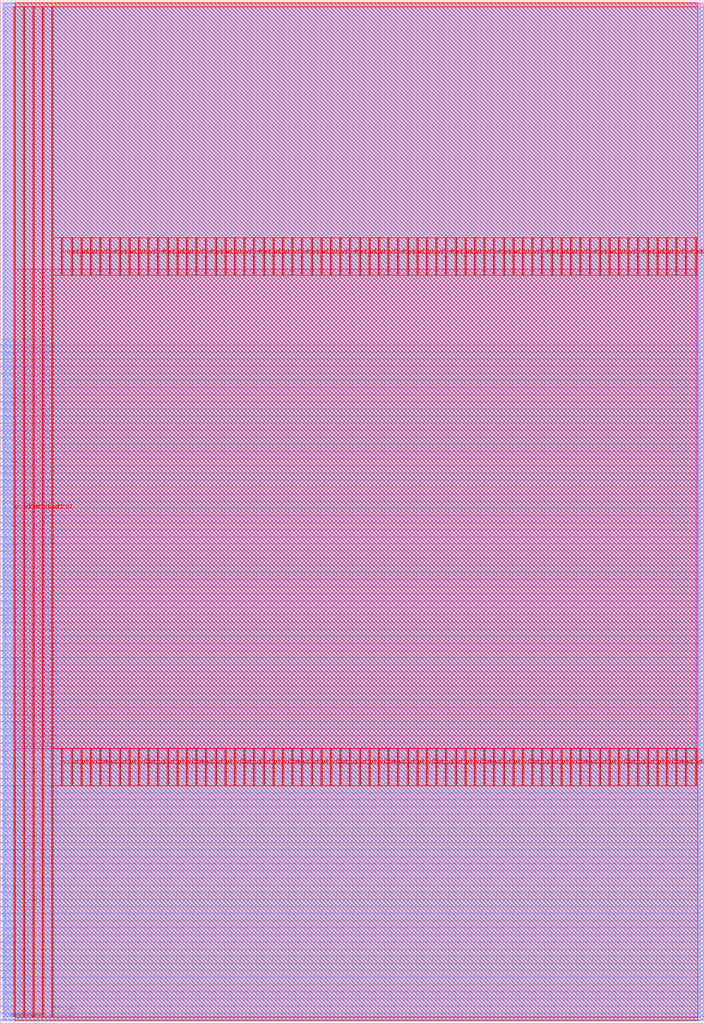
<source format=lef>
VERSION 5.7 ;
  NOWIREEXTENSIONATPIN ON ;
  DIVIDERCHAR "/" ;
  BUSBITCHARS "[]" ;
MACRO sram_40_4096
  CLASS BLOCK ;
  FOREIGN sram_40_4096 ;
  ORIGIN 0.000 0.000 ;
  SIZE 1100.000 BY 1600.000 ;
  PIN addr[0]
    DIRECTION INPUT ;
    USE SIGNAL ;
    PORT
      LAYER met3 ;
        RECT 0.000 38.800 4.000 39.400 ;
    END
  END addr[0]
  PIN addr[10]
    DIRECTION INPUT ;
    USE SIGNAL ;
    PORT
      LAYER met3 ;
        RECT 0.000 149.640 4.000 150.240 ;
    END
  END addr[10]
  PIN addr[11]
    DIRECTION INPUT ;
    USE SIGNAL ;
    PORT
      LAYER met3 ;
        RECT 0.000 160.520 4.000 161.120 ;
    END
  END addr[11]
  PIN addr[1]
    DIRECTION INPUT ;
    USE SIGNAL ;
    PORT
      LAYER met3 ;
        RECT 0.000 49.680 4.000 50.280 ;
    END
  END addr[1]
  PIN addr[2]
    DIRECTION INPUT ;
    USE SIGNAL ;
    PORT
      LAYER met3 ;
        RECT 0.000 60.560 4.000 61.160 ;
    END
  END addr[2]
  PIN addr[3]
    DIRECTION INPUT ;
    USE SIGNAL ;
    PORT
      LAYER met3 ;
        RECT 0.000 72.120 4.000 72.720 ;
    END
  END addr[3]
  PIN addr[4]
    DIRECTION INPUT ;
    USE SIGNAL ;
    PORT
      LAYER met3 ;
        RECT 0.000 83.000 4.000 83.600 ;
    END
  END addr[4]
  PIN addr[5]
    DIRECTION INPUT ;
    USE SIGNAL ;
    PORT
      LAYER met3 ;
        RECT 0.000 93.880 4.000 94.480 ;
    END
  END addr[5]
  PIN addr[6]
    DIRECTION INPUT ;
    USE SIGNAL ;
    PORT
      LAYER met3 ;
        RECT 0.000 105.440 4.000 106.040 ;
    END
  END addr[6]
  PIN addr[7]
    DIRECTION INPUT ;
    USE SIGNAL ;
    PORT
      LAYER met3 ;
        RECT 0.000 116.320 4.000 116.920 ;
    END
  END addr[7]
  PIN addr[8]
    DIRECTION INPUT ;
    USE SIGNAL ;
    PORT
      LAYER met3 ;
        RECT 0.000 127.200 4.000 127.800 ;
    END
  END addr[8]
  PIN addr[9]
    DIRECTION INPUT ;
    USE SIGNAL ;
    PORT
      LAYER met3 ;
        RECT 0.000 138.760 4.000 139.360 ;
    END
  END addr[9]
  PIN clk
    DIRECTION INPUT ;
    USE SIGNAL ;
    PORT
      LAYER met3 ;
        RECT 0.000 5.480 4.000 6.080 ;
    END
  END clk
  PIN clk_en
    DIRECTION INPUT ;
    USE SIGNAL ;
    PORT
      LAYER met3 ;
        RECT 0.000 27.240 4.000 27.840 ;
    END
  END clk_en
  PIN read_data[0]
    DIRECTION OUTPUT TRISTATE ;
    USE SIGNAL ;
    PORT
      LAYER met3 ;
        RECT 0.000 627.000 4.000 627.600 ;
    END
  END read_data[0]
  PIN read_data[10]
    DIRECTION OUTPUT TRISTATE ;
    USE SIGNAL ;
    PORT
      LAYER met3 ;
        RECT 0.000 738.520 4.000 739.120 ;
    END
  END read_data[10]
  PIN read_data[11]
    DIRECTION OUTPUT TRISTATE ;
    USE SIGNAL ;
    PORT
      LAYER met3 ;
        RECT 0.000 749.400 4.000 750.000 ;
    END
  END read_data[11]
  PIN read_data[12]
    DIRECTION OUTPUT TRISTATE ;
    USE SIGNAL ;
    PORT
      LAYER met3 ;
        RECT 0.000 760.280 4.000 760.880 ;
    END
  END read_data[12]
  PIN read_data[13]
    DIRECTION OUTPUT TRISTATE ;
    USE SIGNAL ;
    PORT
      LAYER met3 ;
        RECT 0.000 771.840 4.000 772.440 ;
    END
  END read_data[13]
  PIN read_data[14]
    DIRECTION OUTPUT TRISTATE ;
    USE SIGNAL ;
    PORT
      LAYER met3 ;
        RECT 0.000 782.720 4.000 783.320 ;
    END
  END read_data[14]
  PIN read_data[15]
    DIRECTION OUTPUT TRISTATE ;
    USE SIGNAL ;
    PORT
      LAYER met3 ;
        RECT 0.000 793.600 4.000 794.200 ;
    END
  END read_data[15]
  PIN read_data[16]
    DIRECTION OUTPUT TRISTATE ;
    USE SIGNAL ;
    PORT
      LAYER met3 ;
        RECT 0.000 805.160 4.000 805.760 ;
    END
  END read_data[16]
  PIN read_data[17]
    DIRECTION OUTPUT TRISTATE ;
    USE SIGNAL ;
    PORT
      LAYER met3 ;
        RECT 0.000 816.040 4.000 816.640 ;
    END
  END read_data[17]
  PIN read_data[18]
    DIRECTION OUTPUT TRISTATE ;
    USE SIGNAL ;
    PORT
      LAYER met3 ;
        RECT 0.000 826.920 4.000 827.520 ;
    END
  END read_data[18]
  PIN read_data[19]
    DIRECTION OUTPUT TRISTATE ;
    USE SIGNAL ;
    PORT
      LAYER met3 ;
        RECT 0.000 838.480 4.000 839.080 ;
    END
  END read_data[19]
  PIN read_data[1]
    DIRECTION OUTPUT TRISTATE ;
    USE SIGNAL ;
    PORT
      LAYER met3 ;
        RECT 0.000 638.560 4.000 639.160 ;
    END
  END read_data[1]
  PIN read_data[20]
    DIRECTION OUTPUT TRISTATE ;
    USE SIGNAL ;
    PORT
      LAYER met3 ;
        RECT 0.000 849.360 4.000 849.960 ;
    END
  END read_data[20]
  PIN read_data[21]
    DIRECTION OUTPUT TRISTATE ;
    USE SIGNAL ;
    PORT
      LAYER met3 ;
        RECT 0.000 860.240 4.000 860.840 ;
    END
  END read_data[21]
  PIN read_data[22]
    DIRECTION OUTPUT TRISTATE ;
    USE SIGNAL ;
    PORT
      LAYER met3 ;
        RECT 0.000 871.800 4.000 872.400 ;
    END
  END read_data[22]
  PIN read_data[23]
    DIRECTION OUTPUT TRISTATE ;
    USE SIGNAL ;
    PORT
      LAYER met3 ;
        RECT 0.000 882.680 4.000 883.280 ;
    END
  END read_data[23]
  PIN read_data[24]
    DIRECTION OUTPUT TRISTATE ;
    USE SIGNAL ;
    PORT
      LAYER met3 ;
        RECT 0.000 893.560 4.000 894.160 ;
    END
  END read_data[24]
  PIN read_data[25]
    DIRECTION OUTPUT TRISTATE ;
    USE SIGNAL ;
    PORT
      LAYER met3 ;
        RECT 0.000 905.120 4.000 905.720 ;
    END
  END read_data[25]
  PIN read_data[26]
    DIRECTION OUTPUT TRISTATE ;
    USE SIGNAL ;
    PORT
      LAYER met3 ;
        RECT 0.000 916.000 4.000 916.600 ;
    END
  END read_data[26]
  PIN read_data[27]
    DIRECTION OUTPUT TRISTATE ;
    USE SIGNAL ;
    PORT
      LAYER met3 ;
        RECT 0.000 926.880 4.000 927.480 ;
    END
  END read_data[27]
  PIN read_data[28]
    DIRECTION OUTPUT TRISTATE ;
    USE SIGNAL ;
    PORT
      LAYER met3 ;
        RECT 0.000 938.440 4.000 939.040 ;
    END
  END read_data[28]
  PIN read_data[29]
    DIRECTION OUTPUT TRISTATE ;
    USE SIGNAL ;
    PORT
      LAYER met3 ;
        RECT 0.000 949.320 4.000 949.920 ;
    END
  END read_data[29]
  PIN read_data[2]
    DIRECTION OUTPUT TRISTATE ;
    USE SIGNAL ;
    PORT
      LAYER met3 ;
        RECT 0.000 649.440 4.000 650.040 ;
    END
  END read_data[2]
  PIN read_data[30]
    DIRECTION OUTPUT TRISTATE ;
    USE SIGNAL ;
    PORT
      LAYER met3 ;
        RECT 0.000 960.200 4.000 960.800 ;
    END
  END read_data[30]
  PIN read_data[31]
    DIRECTION OUTPUT TRISTATE ;
    USE SIGNAL ;
    PORT
      LAYER met3 ;
        RECT 0.000 971.760 4.000 972.360 ;
    END
  END read_data[31]
  PIN read_data[32]
    DIRECTION OUTPUT TRISTATE ;
    USE SIGNAL ;
    PORT
      LAYER met3 ;
        RECT 0.000 982.640 4.000 983.240 ;
    END
  END read_data[32]
  PIN read_data[33]
    DIRECTION OUTPUT TRISTATE ;
    USE SIGNAL ;
    PORT
      LAYER met3 ;
        RECT 0.000 993.520 4.000 994.120 ;
    END
  END read_data[33]
  PIN read_data[34]
    DIRECTION OUTPUT TRISTATE ;
    USE SIGNAL ;
    PORT
      LAYER met3 ;
        RECT 0.000 1005.080 4.000 1005.680 ;
    END
  END read_data[34]
  PIN read_data[35]
    DIRECTION OUTPUT TRISTATE ;
    USE SIGNAL ;
    PORT
      LAYER met3 ;
        RECT 0.000 1015.960 4.000 1016.560 ;
    END
  END read_data[35]
  PIN read_data[36]
    DIRECTION OUTPUT TRISTATE ;
    USE SIGNAL ;
    PORT
      LAYER met3 ;
        RECT 0.000 1026.840 4.000 1027.440 ;
    END
  END read_data[36]
  PIN read_data[37]
    DIRECTION OUTPUT TRISTATE ;
    USE SIGNAL ;
    PORT
      LAYER met3 ;
        RECT 0.000 1038.400 4.000 1039.000 ;
    END
  END read_data[37]
  PIN read_data[38]
    DIRECTION OUTPUT TRISTATE ;
    USE SIGNAL ;
    PORT
      LAYER met3 ;
        RECT 0.000 1049.280 4.000 1049.880 ;
    END
  END read_data[38]
  PIN read_data[39]
    DIRECTION OUTPUT TRISTATE ;
    USE SIGNAL ;
    PORT
      LAYER met3 ;
        RECT 0.000 1060.160 4.000 1060.760 ;
    END
  END read_data[39]
  PIN read_data[3]
    DIRECTION OUTPUT TRISTATE ;
    USE SIGNAL ;
    PORT
      LAYER met3 ;
        RECT 0.000 660.320 4.000 660.920 ;
    END
  END read_data[3]
  PIN read_data[4]
    DIRECTION OUTPUT TRISTATE ;
    USE SIGNAL ;
    PORT
      LAYER met3 ;
        RECT 0.000 671.880 4.000 672.480 ;
    END
  END read_data[4]
  PIN read_data[5]
    DIRECTION OUTPUT TRISTATE ;
    USE SIGNAL ;
    PORT
      LAYER met3 ;
        RECT 0.000 682.760 4.000 683.360 ;
    END
  END read_data[5]
  PIN read_data[6]
    DIRECTION OUTPUT TRISTATE ;
    USE SIGNAL ;
    PORT
      LAYER met3 ;
        RECT 0.000 693.640 4.000 694.240 ;
    END
  END read_data[6]
  PIN read_data[7]
    DIRECTION OUTPUT TRISTATE ;
    USE SIGNAL ;
    PORT
      LAYER met3 ;
        RECT 0.000 705.200 4.000 705.800 ;
    END
  END read_data[7]
  PIN read_data[8]
    DIRECTION OUTPUT TRISTATE ;
    USE SIGNAL ;
    PORT
      LAYER met3 ;
        RECT 0.000 716.080 4.000 716.680 ;
    END
  END read_data[8]
  PIN read_data[9]
    DIRECTION OUTPUT TRISTATE ;
    USE SIGNAL ;
    PORT
      LAYER met3 ;
        RECT 0.000 726.960 4.000 727.560 ;
    END
  END read_data[9]
  PIN rst
    DIRECTION INPUT ;
    USE SIGNAL ;
    PORT
      LAYER met3 ;
        RECT 0.000 16.360 4.000 16.960 ;
    END
  END rst
  PIN vccd1
    DIRECTION INPUT ;
    USE POWER ;
    PORT
      LAYER met4 ;
        RECT 111.040 372.140 112.640 430.360 ;
    END
    PORT
      LAYER met4 ;
        RECT 141.040 372.140 142.640 430.360 ;
    END
    PORT
      LAYER met4 ;
        RECT 171.040 372.140 172.640 430.360 ;
    END
    PORT
      LAYER met4 ;
        RECT 201.040 372.140 202.640 430.360 ;
    END
    PORT
      LAYER met4 ;
        RECT 231.040 372.140 232.640 430.360 ;
    END
    PORT
      LAYER met4 ;
        RECT 261.040 372.140 262.640 430.360 ;
    END
    PORT
      LAYER met4 ;
        RECT 291.040 372.140 292.640 430.360 ;
    END
    PORT
      LAYER met4 ;
        RECT 321.040 372.140 322.640 430.360 ;
    END
    PORT
      LAYER met4 ;
        RECT 351.040 372.140 352.640 430.360 ;
    END
    PORT
      LAYER met4 ;
        RECT 381.040 372.140 382.640 430.360 ;
    END
    PORT
      LAYER met4 ;
        RECT 411.040 372.140 412.640 430.360 ;
    END
    PORT
      LAYER met4 ;
        RECT 441.040 372.140 442.640 430.360 ;
    END
    PORT
      LAYER met4 ;
        RECT 471.040 372.140 472.640 430.360 ;
    END
    PORT
      LAYER met4 ;
        RECT 501.040 372.140 502.640 430.360 ;
    END
    PORT
      LAYER met4 ;
        RECT 531.040 372.140 532.640 430.360 ;
    END
    PORT
      LAYER met4 ;
        RECT 561.040 372.140 562.640 430.360 ;
    END
    PORT
      LAYER met4 ;
        RECT 591.040 372.140 592.640 430.360 ;
    END
    PORT
      LAYER met4 ;
        RECT 621.040 372.140 622.640 430.360 ;
    END
    PORT
      LAYER met4 ;
        RECT 651.040 372.140 652.640 430.360 ;
    END
    PORT
      LAYER met4 ;
        RECT 681.040 372.140 682.640 430.360 ;
    END
    PORT
      LAYER met4 ;
        RECT 711.040 372.140 712.640 430.360 ;
    END
    PORT
      LAYER met4 ;
        RECT 741.040 372.140 742.640 430.360 ;
    END
    PORT
      LAYER met4 ;
        RECT 771.040 372.140 772.640 430.360 ;
    END
    PORT
      LAYER met4 ;
        RECT 801.040 372.140 802.640 430.360 ;
    END
    PORT
      LAYER met4 ;
        RECT 831.040 372.140 832.640 430.360 ;
    END
    PORT
      LAYER met4 ;
        RECT 861.040 372.140 862.640 430.360 ;
    END
    PORT
      LAYER met4 ;
        RECT 891.040 372.140 892.640 430.360 ;
    END
    PORT
      LAYER met4 ;
        RECT 921.040 372.140 922.640 430.360 ;
    END
    PORT
      LAYER met4 ;
        RECT 951.040 372.140 952.640 430.360 ;
    END
    PORT
      LAYER met4 ;
        RECT 981.040 372.140 982.640 430.360 ;
    END
    PORT
      LAYER met4 ;
        RECT 1011.040 372.140 1012.640 430.360 ;
    END
    PORT
      LAYER met4 ;
        RECT 1041.040 372.140 1042.640 430.360 ;
    END
    PORT
      LAYER met4 ;
        RECT 1071.040 372.140 1072.640 430.360 ;
    END
    PORT
      LAYER met4 ;
        RECT 111.040 1169.640 112.640 1227.860 ;
    END
    PORT
      LAYER met4 ;
        RECT 141.040 1169.640 142.640 1227.860 ;
    END
    PORT
      LAYER met4 ;
        RECT 171.040 1169.640 172.640 1227.860 ;
    END
    PORT
      LAYER met4 ;
        RECT 201.040 1169.640 202.640 1227.860 ;
    END
    PORT
      LAYER met4 ;
        RECT 231.040 1169.640 232.640 1227.860 ;
    END
    PORT
      LAYER met4 ;
        RECT 261.040 1169.640 262.640 1227.860 ;
    END
    PORT
      LAYER met4 ;
        RECT 291.040 1169.640 292.640 1227.860 ;
    END
    PORT
      LAYER met4 ;
        RECT 321.040 1169.640 322.640 1227.860 ;
    END
    PORT
      LAYER met4 ;
        RECT 351.040 1169.640 352.640 1227.860 ;
    END
    PORT
      LAYER met4 ;
        RECT 381.040 1169.640 382.640 1227.860 ;
    END
    PORT
      LAYER met4 ;
        RECT 411.040 1169.640 412.640 1227.860 ;
    END
    PORT
      LAYER met4 ;
        RECT 441.040 1169.640 442.640 1227.860 ;
    END
    PORT
      LAYER met4 ;
        RECT 471.040 1169.640 472.640 1227.860 ;
    END
    PORT
      LAYER met4 ;
        RECT 501.040 1169.640 502.640 1227.860 ;
    END
    PORT
      LAYER met4 ;
        RECT 531.040 1169.640 532.640 1227.860 ;
    END
    PORT
      LAYER met4 ;
        RECT 561.040 1169.640 562.640 1227.860 ;
    END
    PORT
      LAYER met4 ;
        RECT 591.040 1169.640 592.640 1227.860 ;
    END
    PORT
      LAYER met4 ;
        RECT 621.040 1169.640 622.640 1227.860 ;
    END
    PORT
      LAYER met4 ;
        RECT 651.040 1169.640 652.640 1227.860 ;
    END
    PORT
      LAYER met4 ;
        RECT 681.040 1169.640 682.640 1227.860 ;
    END
    PORT
      LAYER met4 ;
        RECT 711.040 1169.640 712.640 1227.860 ;
    END
    PORT
      LAYER met4 ;
        RECT 741.040 1169.640 742.640 1227.860 ;
    END
    PORT
      LAYER met4 ;
        RECT 771.040 1169.640 772.640 1227.860 ;
    END
    PORT
      LAYER met4 ;
        RECT 801.040 1169.640 802.640 1227.860 ;
    END
    PORT
      LAYER met4 ;
        RECT 831.040 1169.640 832.640 1227.860 ;
    END
    PORT
      LAYER met4 ;
        RECT 861.040 1169.640 862.640 1227.860 ;
    END
    PORT
      LAYER met4 ;
        RECT 891.040 1169.640 892.640 1227.860 ;
    END
    PORT
      LAYER met4 ;
        RECT 921.040 1169.640 922.640 1227.860 ;
    END
    PORT
      LAYER met4 ;
        RECT 951.040 1169.640 952.640 1227.860 ;
    END
    PORT
      LAYER met4 ;
        RECT 981.040 1169.640 982.640 1227.860 ;
    END
    PORT
      LAYER met4 ;
        RECT 1011.040 1169.640 1012.640 1227.860 ;
    END
    PORT
      LAYER met4 ;
        RECT 1041.040 1169.640 1042.640 1227.860 ;
    END
    PORT
      LAYER met4 ;
        RECT 1071.040 1169.640 1072.640 1227.860 ;
    END
    PORT
      LAYER met4 ;
        RECT 21.040 10.640 22.640 1588.720 ;
    END
    PORT
      LAYER met4 ;
        RECT 51.040 10.640 52.640 1588.720 ;
    END
    PORT
      LAYER met4 ;
        RECT 81.040 10.640 82.640 1588.720 ;
    END
  END vccd1
  PIN vssd1
    DIRECTION INPUT ;
    USE GROUND ;
    PORT
      LAYER met4 ;
        RECT 96.040 372.140 97.640 430.360 ;
    END
    PORT
      LAYER met4 ;
        RECT 126.040 372.140 127.640 430.360 ;
    END
    PORT
      LAYER met4 ;
        RECT 156.040 372.140 157.640 430.360 ;
    END
    PORT
      LAYER met4 ;
        RECT 186.040 372.140 187.640 430.360 ;
    END
    PORT
      LAYER met4 ;
        RECT 216.040 372.140 217.640 430.360 ;
    END
    PORT
      LAYER met4 ;
        RECT 246.040 372.140 247.640 430.360 ;
    END
    PORT
      LAYER met4 ;
        RECT 276.040 372.140 277.640 430.360 ;
    END
    PORT
      LAYER met4 ;
        RECT 306.040 372.140 307.640 430.360 ;
    END
    PORT
      LAYER met4 ;
        RECT 336.040 372.140 337.640 430.360 ;
    END
    PORT
      LAYER met4 ;
        RECT 366.040 372.140 367.640 430.360 ;
    END
    PORT
      LAYER met4 ;
        RECT 396.040 372.140 397.640 430.360 ;
    END
    PORT
      LAYER met4 ;
        RECT 426.040 372.140 427.640 430.360 ;
    END
    PORT
      LAYER met4 ;
        RECT 456.040 372.140 457.640 430.360 ;
    END
    PORT
      LAYER met4 ;
        RECT 486.040 372.140 487.640 430.360 ;
    END
    PORT
      LAYER met4 ;
        RECT 516.040 372.140 517.640 430.360 ;
    END
    PORT
      LAYER met4 ;
        RECT 546.040 372.140 547.640 430.360 ;
    END
    PORT
      LAYER met4 ;
        RECT 576.040 372.140 577.640 430.360 ;
    END
    PORT
      LAYER met4 ;
        RECT 606.040 372.140 607.640 430.360 ;
    END
    PORT
      LAYER met4 ;
        RECT 636.040 372.140 637.640 430.360 ;
    END
    PORT
      LAYER met4 ;
        RECT 666.040 372.140 667.640 430.360 ;
    END
    PORT
      LAYER met4 ;
        RECT 696.040 372.140 697.640 430.360 ;
    END
    PORT
      LAYER met4 ;
        RECT 726.040 372.140 727.640 430.360 ;
    END
    PORT
      LAYER met4 ;
        RECT 756.040 372.140 757.640 430.360 ;
    END
    PORT
      LAYER met4 ;
        RECT 786.040 372.140 787.640 430.360 ;
    END
    PORT
      LAYER met4 ;
        RECT 816.040 372.140 817.640 430.360 ;
    END
    PORT
      LAYER met4 ;
        RECT 846.040 372.140 847.640 430.360 ;
    END
    PORT
      LAYER met4 ;
        RECT 876.040 372.140 877.640 430.360 ;
    END
    PORT
      LAYER met4 ;
        RECT 906.040 372.140 907.640 430.360 ;
    END
    PORT
      LAYER met4 ;
        RECT 936.040 372.140 937.640 430.360 ;
    END
    PORT
      LAYER met4 ;
        RECT 966.040 372.140 967.640 430.360 ;
    END
    PORT
      LAYER met4 ;
        RECT 996.040 372.140 997.640 430.360 ;
    END
    PORT
      LAYER met4 ;
        RECT 1026.040 372.140 1027.640 430.360 ;
    END
    PORT
      LAYER met4 ;
        RECT 1056.040 372.140 1057.640 430.360 ;
    END
    PORT
      LAYER met4 ;
        RECT 1086.040 372.140 1087.640 430.360 ;
    END
    PORT
      LAYER met4 ;
        RECT 96.040 1169.640 97.640 1227.860 ;
    END
    PORT
      LAYER met4 ;
        RECT 126.040 1169.640 127.640 1227.860 ;
    END
    PORT
      LAYER met4 ;
        RECT 156.040 1169.640 157.640 1227.860 ;
    END
    PORT
      LAYER met4 ;
        RECT 186.040 1169.640 187.640 1227.860 ;
    END
    PORT
      LAYER met4 ;
        RECT 216.040 1169.640 217.640 1227.860 ;
    END
    PORT
      LAYER met4 ;
        RECT 246.040 1169.640 247.640 1227.860 ;
    END
    PORT
      LAYER met4 ;
        RECT 276.040 1169.640 277.640 1227.860 ;
    END
    PORT
      LAYER met4 ;
        RECT 306.040 1169.640 307.640 1227.860 ;
    END
    PORT
      LAYER met4 ;
        RECT 336.040 1169.640 337.640 1227.860 ;
    END
    PORT
      LAYER met4 ;
        RECT 366.040 1169.640 367.640 1227.860 ;
    END
    PORT
      LAYER met4 ;
        RECT 396.040 1169.640 397.640 1227.860 ;
    END
    PORT
      LAYER met4 ;
        RECT 426.040 1169.640 427.640 1227.860 ;
    END
    PORT
      LAYER met4 ;
        RECT 456.040 1169.640 457.640 1227.860 ;
    END
    PORT
      LAYER met4 ;
        RECT 486.040 1169.640 487.640 1227.860 ;
    END
    PORT
      LAYER met4 ;
        RECT 516.040 1169.640 517.640 1227.860 ;
    END
    PORT
      LAYER met4 ;
        RECT 546.040 1169.640 547.640 1227.860 ;
    END
    PORT
      LAYER met4 ;
        RECT 576.040 1169.640 577.640 1227.860 ;
    END
    PORT
      LAYER met4 ;
        RECT 606.040 1169.640 607.640 1227.860 ;
    END
    PORT
      LAYER met4 ;
        RECT 636.040 1169.640 637.640 1227.860 ;
    END
    PORT
      LAYER met4 ;
        RECT 666.040 1169.640 667.640 1227.860 ;
    END
    PORT
      LAYER met4 ;
        RECT 696.040 1169.640 697.640 1227.860 ;
    END
    PORT
      LAYER met4 ;
        RECT 726.040 1169.640 727.640 1227.860 ;
    END
    PORT
      LAYER met4 ;
        RECT 756.040 1169.640 757.640 1227.860 ;
    END
    PORT
      LAYER met4 ;
        RECT 786.040 1169.640 787.640 1227.860 ;
    END
    PORT
      LAYER met4 ;
        RECT 816.040 1169.640 817.640 1227.860 ;
    END
    PORT
      LAYER met4 ;
        RECT 846.040 1169.640 847.640 1227.860 ;
    END
    PORT
      LAYER met4 ;
        RECT 876.040 1169.640 877.640 1227.860 ;
    END
    PORT
      LAYER met4 ;
        RECT 906.040 1169.640 907.640 1227.860 ;
    END
    PORT
      LAYER met4 ;
        RECT 936.040 1169.640 937.640 1227.860 ;
    END
    PORT
      LAYER met4 ;
        RECT 966.040 1169.640 967.640 1227.860 ;
    END
    PORT
      LAYER met4 ;
        RECT 996.040 1169.640 997.640 1227.860 ;
    END
    PORT
      LAYER met4 ;
        RECT 1026.040 1169.640 1027.640 1227.860 ;
    END
    PORT
      LAYER met4 ;
        RECT 1056.040 1169.640 1057.640 1227.860 ;
    END
    PORT
      LAYER met4 ;
        RECT 1086.040 1169.640 1087.640 1227.860 ;
    END
    PORT
      LAYER met4 ;
        RECT 36.040 10.640 37.640 1588.720 ;
    END
    PORT
      LAYER met4 ;
        RECT 66.040 10.640 67.640 1588.720 ;
    END
  END vssd1
  PIN write_data[0]
    DIRECTION INPUT ;
    USE SIGNAL ;
    PORT
      LAYER met3 ;
        RECT 0.000 182.960 4.000 183.560 ;
    END
  END write_data[0]
  PIN write_data[10]
    DIRECTION INPUT ;
    USE SIGNAL ;
    PORT
      LAYER met3 ;
        RECT 0.000 293.800 4.000 294.400 ;
    END
  END write_data[10]
  PIN write_data[11]
    DIRECTION INPUT ;
    USE SIGNAL ;
    PORT
      LAYER met3 ;
        RECT 0.000 305.360 4.000 305.960 ;
    END
  END write_data[11]
  PIN write_data[12]
    DIRECTION INPUT ;
    USE SIGNAL ;
    PORT
      LAYER met3 ;
        RECT 0.000 316.240 4.000 316.840 ;
    END
  END write_data[12]
  PIN write_data[13]
    DIRECTION INPUT ;
    USE SIGNAL ;
    PORT
      LAYER met3 ;
        RECT 0.000 327.120 4.000 327.720 ;
    END
  END write_data[13]
  PIN write_data[14]
    DIRECTION INPUT ;
    USE SIGNAL ;
    PORT
      LAYER met3 ;
        RECT 0.000 338.680 4.000 339.280 ;
    END
  END write_data[14]
  PIN write_data[15]
    DIRECTION INPUT ;
    USE SIGNAL ;
    PORT
      LAYER met3 ;
        RECT 0.000 349.560 4.000 350.160 ;
    END
  END write_data[15]
  PIN write_data[16]
    DIRECTION INPUT ;
    USE SIGNAL ;
    PORT
      LAYER met3 ;
        RECT 0.000 360.440 4.000 361.040 ;
    END
  END write_data[16]
  PIN write_data[17]
    DIRECTION INPUT ;
    USE SIGNAL ;
    PORT
      LAYER met3 ;
        RECT 0.000 372.000 4.000 372.600 ;
    END
  END write_data[17]
  PIN write_data[18]
    DIRECTION INPUT ;
    USE SIGNAL ;
    PORT
      LAYER met3 ;
        RECT 0.000 382.880 4.000 383.480 ;
    END
  END write_data[18]
  PIN write_data[19]
    DIRECTION INPUT ;
    USE SIGNAL ;
    PORT
      LAYER met3 ;
        RECT 0.000 393.760 4.000 394.360 ;
    END
  END write_data[19]
  PIN write_data[1]
    DIRECTION INPUT ;
    USE SIGNAL ;
    PORT
      LAYER met3 ;
        RECT 0.000 193.840 4.000 194.440 ;
    END
  END write_data[1]
  PIN write_data[20]
    DIRECTION INPUT ;
    USE SIGNAL ;
    PORT
      LAYER met3 ;
        RECT 0.000 405.320 4.000 405.920 ;
    END
  END write_data[20]
  PIN write_data[21]
    DIRECTION INPUT ;
    USE SIGNAL ;
    PORT
      LAYER met3 ;
        RECT 0.000 416.200 4.000 416.800 ;
    END
  END write_data[21]
  PIN write_data[22]
    DIRECTION INPUT ;
    USE SIGNAL ;
    PORT
      LAYER met3 ;
        RECT 0.000 427.080 4.000 427.680 ;
    END
  END write_data[22]
  PIN write_data[23]
    DIRECTION INPUT ;
    USE SIGNAL ;
    PORT
      LAYER met3 ;
        RECT 0.000 438.640 4.000 439.240 ;
    END
  END write_data[23]
  PIN write_data[24]
    DIRECTION INPUT ;
    USE SIGNAL ;
    PORT
      LAYER met3 ;
        RECT 0.000 449.520 4.000 450.120 ;
    END
  END write_data[24]
  PIN write_data[25]
    DIRECTION INPUT ;
    USE SIGNAL ;
    PORT
      LAYER met3 ;
        RECT 0.000 460.400 4.000 461.000 ;
    END
  END write_data[25]
  PIN write_data[26]
    DIRECTION INPUT ;
    USE SIGNAL ;
    PORT
      LAYER met3 ;
        RECT 0.000 471.960 4.000 472.560 ;
    END
  END write_data[26]
  PIN write_data[27]
    DIRECTION INPUT ;
    USE SIGNAL ;
    PORT
      LAYER met3 ;
        RECT 0.000 482.840 4.000 483.440 ;
    END
  END write_data[27]
  PIN write_data[28]
    DIRECTION INPUT ;
    USE SIGNAL ;
    PORT
      LAYER met3 ;
        RECT 0.000 493.720 4.000 494.320 ;
    END
  END write_data[28]
  PIN write_data[29]
    DIRECTION INPUT ;
    USE SIGNAL ;
    PORT
      LAYER met3 ;
        RECT 0.000 505.280 4.000 505.880 ;
    END
  END write_data[29]
  PIN write_data[2]
    DIRECTION INPUT ;
    USE SIGNAL ;
    PORT
      LAYER met3 ;
        RECT 0.000 205.400 4.000 206.000 ;
    END
  END write_data[2]
  PIN write_data[30]
    DIRECTION INPUT ;
    USE SIGNAL ;
    PORT
      LAYER met3 ;
        RECT 0.000 516.160 4.000 516.760 ;
    END
  END write_data[30]
  PIN write_data[31]
    DIRECTION INPUT ;
    USE SIGNAL ;
    PORT
      LAYER met3 ;
        RECT 0.000 527.040 4.000 527.640 ;
    END
  END write_data[31]
  PIN write_data[32]
    DIRECTION INPUT ;
    USE SIGNAL ;
    PORT
      LAYER met3 ;
        RECT 0.000 538.600 4.000 539.200 ;
    END
  END write_data[32]
  PIN write_data[33]
    DIRECTION INPUT ;
    USE SIGNAL ;
    PORT
      LAYER met3 ;
        RECT 0.000 549.480 4.000 550.080 ;
    END
  END write_data[33]
  PIN write_data[34]
    DIRECTION INPUT ;
    USE SIGNAL ;
    PORT
      LAYER met3 ;
        RECT 0.000 560.360 4.000 560.960 ;
    END
  END write_data[34]
  PIN write_data[35]
    DIRECTION INPUT ;
    USE SIGNAL ;
    PORT
      LAYER met3 ;
        RECT 0.000 571.920 4.000 572.520 ;
    END
  END write_data[35]
  PIN write_data[36]
    DIRECTION INPUT ;
    USE SIGNAL ;
    PORT
      LAYER met3 ;
        RECT 0.000 582.800 4.000 583.400 ;
    END
  END write_data[36]
  PIN write_data[37]
    DIRECTION INPUT ;
    USE SIGNAL ;
    PORT
      LAYER met3 ;
        RECT 0.000 593.680 4.000 594.280 ;
    END
  END write_data[37]
  PIN write_data[38]
    DIRECTION INPUT ;
    USE SIGNAL ;
    PORT
      LAYER met3 ;
        RECT 0.000 605.240 4.000 605.840 ;
    END
  END write_data[38]
  PIN write_data[39]
    DIRECTION INPUT ;
    USE SIGNAL ;
    PORT
      LAYER met3 ;
        RECT 0.000 616.120 4.000 616.720 ;
    END
  END write_data[39]
  PIN write_data[3]
    DIRECTION INPUT ;
    USE SIGNAL ;
    PORT
      LAYER met3 ;
        RECT 0.000 216.280 4.000 216.880 ;
    END
  END write_data[3]
  PIN write_data[4]
    DIRECTION INPUT ;
    USE SIGNAL ;
    PORT
      LAYER met3 ;
        RECT 0.000 227.160 4.000 227.760 ;
    END
  END write_data[4]
  PIN write_data[5]
    DIRECTION INPUT ;
    USE SIGNAL ;
    PORT
      LAYER met3 ;
        RECT 0.000 238.720 4.000 239.320 ;
    END
  END write_data[5]
  PIN write_data[6]
    DIRECTION INPUT ;
    USE SIGNAL ;
    PORT
      LAYER met3 ;
        RECT 0.000 249.600 4.000 250.200 ;
    END
  END write_data[6]
  PIN write_data[7]
    DIRECTION INPUT ;
    USE SIGNAL ;
    PORT
      LAYER met3 ;
        RECT 0.000 260.480 4.000 261.080 ;
    END
  END write_data[7]
  PIN write_data[8]
    DIRECTION INPUT ;
    USE SIGNAL ;
    PORT
      LAYER met3 ;
        RECT 0.000 272.040 4.000 272.640 ;
    END
  END write_data[8]
  PIN write_data[9]
    DIRECTION INPUT ;
    USE SIGNAL ;
    PORT
      LAYER met3 ;
        RECT 0.000 282.920 4.000 283.520 ;
    END
  END write_data[9]
  PIN write_en
    DIRECTION INPUT ;
    USE SIGNAL ;
    PORT
      LAYER met3 ;
        RECT 0.000 172.080 4.000 172.680 ;
    END
  END write_en
  OBS
      LAYER li1 ;
        RECT 5.520 10.795 1099.715 1588.565 ;
      LAYER met1 ;
        RECT 5.520 5.620 1099.775 1594.380 ;
      LAYER met2 ;
        RECT 6.990 5.595 1098.380 1594.380 ;
      LAYER met3 ;
        RECT 4.000 1061.160 1094.735 1595.000 ;
        RECT 4.400 1059.760 1094.735 1061.160 ;
        RECT 4.000 1050.280 1094.735 1059.760 ;
        RECT 4.400 1048.880 1094.735 1050.280 ;
        RECT 4.000 1039.400 1094.735 1048.880 ;
        RECT 4.400 1038.000 1094.735 1039.400 ;
        RECT 4.000 1027.840 1094.735 1038.000 ;
        RECT 4.400 1026.440 1094.735 1027.840 ;
        RECT 4.000 1016.960 1094.735 1026.440 ;
        RECT 4.400 1015.560 1094.735 1016.960 ;
        RECT 4.000 1006.080 1094.735 1015.560 ;
        RECT 4.400 1004.680 1094.735 1006.080 ;
        RECT 4.000 994.520 1094.735 1004.680 ;
        RECT 4.400 993.120 1094.735 994.520 ;
        RECT 4.000 983.640 1094.735 993.120 ;
        RECT 4.400 982.240 1094.735 983.640 ;
        RECT 4.000 972.760 1094.735 982.240 ;
        RECT 4.400 971.360 1094.735 972.760 ;
        RECT 4.000 961.200 1094.735 971.360 ;
        RECT 4.400 959.800 1094.735 961.200 ;
        RECT 4.000 950.320 1094.735 959.800 ;
        RECT 4.400 948.920 1094.735 950.320 ;
        RECT 4.000 939.440 1094.735 948.920 ;
        RECT 4.400 938.040 1094.735 939.440 ;
        RECT 4.000 927.880 1094.735 938.040 ;
        RECT 4.400 926.480 1094.735 927.880 ;
        RECT 4.000 917.000 1094.735 926.480 ;
        RECT 4.400 915.600 1094.735 917.000 ;
        RECT 4.000 906.120 1094.735 915.600 ;
        RECT 4.400 904.720 1094.735 906.120 ;
        RECT 4.000 894.560 1094.735 904.720 ;
        RECT 4.400 893.160 1094.735 894.560 ;
        RECT 4.000 883.680 1094.735 893.160 ;
        RECT 4.400 882.280 1094.735 883.680 ;
        RECT 4.000 872.800 1094.735 882.280 ;
        RECT 4.400 871.400 1094.735 872.800 ;
        RECT 4.000 861.240 1094.735 871.400 ;
        RECT 4.400 859.840 1094.735 861.240 ;
        RECT 4.000 850.360 1094.735 859.840 ;
        RECT 4.400 848.960 1094.735 850.360 ;
        RECT 4.000 839.480 1094.735 848.960 ;
        RECT 4.400 838.080 1094.735 839.480 ;
        RECT 4.000 827.920 1094.735 838.080 ;
        RECT 4.400 826.520 1094.735 827.920 ;
        RECT 4.000 817.040 1094.735 826.520 ;
        RECT 4.400 815.640 1094.735 817.040 ;
        RECT 4.000 806.160 1094.735 815.640 ;
        RECT 4.400 804.760 1094.735 806.160 ;
        RECT 4.000 794.600 1094.735 804.760 ;
        RECT 4.400 793.200 1094.735 794.600 ;
        RECT 4.000 783.720 1094.735 793.200 ;
        RECT 4.400 782.320 1094.735 783.720 ;
        RECT 4.000 772.840 1094.735 782.320 ;
        RECT 4.400 771.440 1094.735 772.840 ;
        RECT 4.000 761.280 1094.735 771.440 ;
        RECT 4.400 759.880 1094.735 761.280 ;
        RECT 4.000 750.400 1094.735 759.880 ;
        RECT 4.400 749.000 1094.735 750.400 ;
        RECT 4.000 739.520 1094.735 749.000 ;
        RECT 4.400 738.120 1094.735 739.520 ;
        RECT 4.000 727.960 1094.735 738.120 ;
        RECT 4.400 726.560 1094.735 727.960 ;
        RECT 4.000 717.080 1094.735 726.560 ;
        RECT 4.400 715.680 1094.735 717.080 ;
        RECT 4.000 706.200 1094.735 715.680 ;
        RECT 4.400 704.800 1094.735 706.200 ;
        RECT 4.000 694.640 1094.735 704.800 ;
        RECT 4.400 693.240 1094.735 694.640 ;
        RECT 4.000 683.760 1094.735 693.240 ;
        RECT 4.400 682.360 1094.735 683.760 ;
        RECT 4.000 672.880 1094.735 682.360 ;
        RECT 4.400 671.480 1094.735 672.880 ;
        RECT 4.000 661.320 1094.735 671.480 ;
        RECT 4.400 659.920 1094.735 661.320 ;
        RECT 4.000 650.440 1094.735 659.920 ;
        RECT 4.400 649.040 1094.735 650.440 ;
        RECT 4.000 639.560 1094.735 649.040 ;
        RECT 4.400 638.160 1094.735 639.560 ;
        RECT 4.000 628.000 1094.735 638.160 ;
        RECT 4.400 626.600 1094.735 628.000 ;
        RECT 4.000 617.120 1094.735 626.600 ;
        RECT 4.400 615.720 1094.735 617.120 ;
        RECT 4.000 606.240 1094.735 615.720 ;
        RECT 4.400 604.840 1094.735 606.240 ;
        RECT 4.000 594.680 1094.735 604.840 ;
        RECT 4.400 593.280 1094.735 594.680 ;
        RECT 4.000 583.800 1094.735 593.280 ;
        RECT 4.400 582.400 1094.735 583.800 ;
        RECT 4.000 572.920 1094.735 582.400 ;
        RECT 4.400 571.520 1094.735 572.920 ;
        RECT 4.000 561.360 1094.735 571.520 ;
        RECT 4.400 559.960 1094.735 561.360 ;
        RECT 4.000 550.480 1094.735 559.960 ;
        RECT 4.400 549.080 1094.735 550.480 ;
        RECT 4.000 539.600 1094.735 549.080 ;
        RECT 4.400 538.200 1094.735 539.600 ;
        RECT 4.000 528.040 1094.735 538.200 ;
        RECT 4.400 526.640 1094.735 528.040 ;
        RECT 4.000 517.160 1094.735 526.640 ;
        RECT 4.400 515.760 1094.735 517.160 ;
        RECT 4.000 506.280 1094.735 515.760 ;
        RECT 4.400 504.880 1094.735 506.280 ;
        RECT 4.000 494.720 1094.735 504.880 ;
        RECT 4.400 493.320 1094.735 494.720 ;
        RECT 4.000 483.840 1094.735 493.320 ;
        RECT 4.400 482.440 1094.735 483.840 ;
        RECT 4.000 472.960 1094.735 482.440 ;
        RECT 4.400 471.560 1094.735 472.960 ;
        RECT 4.000 461.400 1094.735 471.560 ;
        RECT 4.400 460.000 1094.735 461.400 ;
        RECT 4.000 450.520 1094.735 460.000 ;
        RECT 4.400 449.120 1094.735 450.520 ;
        RECT 4.000 439.640 1094.735 449.120 ;
        RECT 4.400 438.240 1094.735 439.640 ;
        RECT 4.000 428.080 1094.735 438.240 ;
        RECT 4.400 426.680 1094.735 428.080 ;
        RECT 4.000 417.200 1094.735 426.680 ;
        RECT 4.400 415.800 1094.735 417.200 ;
        RECT 4.000 406.320 1094.735 415.800 ;
        RECT 4.400 404.920 1094.735 406.320 ;
        RECT 4.000 394.760 1094.735 404.920 ;
        RECT 4.400 393.360 1094.735 394.760 ;
        RECT 4.000 383.880 1094.735 393.360 ;
        RECT 4.400 382.480 1094.735 383.880 ;
        RECT 4.000 373.000 1094.735 382.480 ;
        RECT 4.400 371.600 1094.735 373.000 ;
        RECT 4.000 361.440 1094.735 371.600 ;
        RECT 4.400 360.040 1094.735 361.440 ;
        RECT 4.000 350.560 1094.735 360.040 ;
        RECT 4.400 349.160 1094.735 350.560 ;
        RECT 4.000 339.680 1094.735 349.160 ;
        RECT 4.400 338.280 1094.735 339.680 ;
        RECT 4.000 328.120 1094.735 338.280 ;
        RECT 4.400 326.720 1094.735 328.120 ;
        RECT 4.000 317.240 1094.735 326.720 ;
        RECT 4.400 315.840 1094.735 317.240 ;
        RECT 4.000 306.360 1094.735 315.840 ;
        RECT 4.400 304.960 1094.735 306.360 ;
        RECT 4.000 294.800 1094.735 304.960 ;
        RECT 4.400 293.400 1094.735 294.800 ;
        RECT 4.000 283.920 1094.735 293.400 ;
        RECT 4.400 282.520 1094.735 283.920 ;
        RECT 4.000 273.040 1094.735 282.520 ;
        RECT 4.400 271.640 1094.735 273.040 ;
        RECT 4.000 261.480 1094.735 271.640 ;
        RECT 4.400 260.080 1094.735 261.480 ;
        RECT 4.000 250.600 1094.735 260.080 ;
        RECT 4.400 249.200 1094.735 250.600 ;
        RECT 4.000 239.720 1094.735 249.200 ;
        RECT 4.400 238.320 1094.735 239.720 ;
        RECT 4.000 228.160 1094.735 238.320 ;
        RECT 4.400 226.760 1094.735 228.160 ;
        RECT 4.000 217.280 1094.735 226.760 ;
        RECT 4.400 215.880 1094.735 217.280 ;
        RECT 4.000 206.400 1094.735 215.880 ;
        RECT 4.400 205.000 1094.735 206.400 ;
        RECT 4.000 194.840 1094.735 205.000 ;
        RECT 4.400 193.440 1094.735 194.840 ;
        RECT 4.000 183.960 1094.735 193.440 ;
        RECT 4.400 182.560 1094.735 183.960 ;
        RECT 4.000 173.080 1094.735 182.560 ;
        RECT 4.400 171.680 1094.735 173.080 ;
        RECT 4.000 161.520 1094.735 171.680 ;
        RECT 4.400 160.120 1094.735 161.520 ;
        RECT 4.000 150.640 1094.735 160.120 ;
        RECT 4.400 149.240 1094.735 150.640 ;
        RECT 4.000 139.760 1094.735 149.240 ;
        RECT 4.400 138.360 1094.735 139.760 ;
        RECT 4.000 128.200 1094.735 138.360 ;
        RECT 4.400 126.800 1094.735 128.200 ;
        RECT 4.000 117.320 1094.735 126.800 ;
        RECT 4.400 115.920 1094.735 117.320 ;
        RECT 4.000 106.440 1094.735 115.920 ;
        RECT 4.400 105.040 1094.735 106.440 ;
        RECT 4.000 94.880 1094.735 105.040 ;
        RECT 4.400 93.480 1094.735 94.880 ;
        RECT 4.000 84.000 1094.735 93.480 ;
        RECT 4.400 82.600 1094.735 84.000 ;
        RECT 4.000 73.120 1094.735 82.600 ;
        RECT 4.400 71.720 1094.735 73.120 ;
        RECT 4.000 61.560 1094.735 71.720 ;
        RECT 4.400 60.160 1094.735 61.560 ;
        RECT 4.000 50.680 1094.735 60.160 ;
        RECT 4.400 49.280 1094.735 50.680 ;
        RECT 4.000 39.800 1094.735 49.280 ;
        RECT 4.400 38.400 1094.735 39.800 ;
        RECT 4.000 28.240 1094.735 38.400 ;
        RECT 4.400 26.840 1094.735 28.240 ;
        RECT 4.000 17.360 1094.735 26.840 ;
        RECT 4.400 15.960 1094.735 17.360 ;
        RECT 4.000 6.480 1094.735 15.960 ;
        RECT 4.400 5.080 1094.735 6.480 ;
        RECT 4.000 5.000 1094.735 5.080 ;
      LAYER met4 ;
        RECT 23.295 1589.120 1089.905 1595.000 ;
        RECT 23.295 10.240 35.640 1589.120 ;
        RECT 38.040 10.240 50.640 1589.120 ;
        RECT 53.040 10.240 65.640 1589.120 ;
        RECT 68.040 10.240 80.640 1589.120 ;
        RECT 83.040 1228.260 1089.905 1589.120 ;
        RECT 83.040 1169.240 95.640 1228.260 ;
        RECT 98.040 1169.240 110.640 1228.260 ;
        RECT 113.040 1169.240 125.640 1228.260 ;
        RECT 128.040 1169.240 140.640 1228.260 ;
        RECT 143.040 1169.240 155.640 1228.260 ;
        RECT 158.040 1169.240 170.640 1228.260 ;
        RECT 173.040 1169.240 185.640 1228.260 ;
        RECT 188.040 1169.240 200.640 1228.260 ;
        RECT 203.040 1169.240 215.640 1228.260 ;
        RECT 218.040 1169.240 230.640 1228.260 ;
        RECT 233.040 1169.240 245.640 1228.260 ;
        RECT 248.040 1169.240 260.640 1228.260 ;
        RECT 263.040 1169.240 275.640 1228.260 ;
        RECT 278.040 1169.240 290.640 1228.260 ;
        RECT 293.040 1169.240 305.640 1228.260 ;
        RECT 308.040 1169.240 320.640 1228.260 ;
        RECT 323.040 1169.240 335.640 1228.260 ;
        RECT 338.040 1169.240 350.640 1228.260 ;
        RECT 353.040 1169.240 365.640 1228.260 ;
        RECT 368.040 1169.240 380.640 1228.260 ;
        RECT 383.040 1169.240 395.640 1228.260 ;
        RECT 398.040 1169.240 410.640 1228.260 ;
        RECT 413.040 1169.240 425.640 1228.260 ;
        RECT 428.040 1169.240 440.640 1228.260 ;
        RECT 443.040 1169.240 455.640 1228.260 ;
        RECT 458.040 1169.240 470.640 1228.260 ;
        RECT 473.040 1169.240 485.640 1228.260 ;
        RECT 488.040 1169.240 500.640 1228.260 ;
        RECT 503.040 1169.240 515.640 1228.260 ;
        RECT 518.040 1169.240 530.640 1228.260 ;
        RECT 533.040 1169.240 545.640 1228.260 ;
        RECT 548.040 1169.240 560.640 1228.260 ;
        RECT 563.040 1169.240 575.640 1228.260 ;
        RECT 578.040 1169.240 590.640 1228.260 ;
        RECT 593.040 1169.240 605.640 1228.260 ;
        RECT 608.040 1169.240 620.640 1228.260 ;
        RECT 623.040 1169.240 635.640 1228.260 ;
        RECT 638.040 1169.240 650.640 1228.260 ;
        RECT 653.040 1169.240 665.640 1228.260 ;
        RECT 668.040 1169.240 680.640 1228.260 ;
        RECT 683.040 1169.240 695.640 1228.260 ;
        RECT 698.040 1169.240 710.640 1228.260 ;
        RECT 713.040 1169.240 725.640 1228.260 ;
        RECT 728.040 1169.240 740.640 1228.260 ;
        RECT 743.040 1169.240 755.640 1228.260 ;
        RECT 758.040 1169.240 770.640 1228.260 ;
        RECT 773.040 1169.240 785.640 1228.260 ;
        RECT 788.040 1169.240 800.640 1228.260 ;
        RECT 803.040 1169.240 815.640 1228.260 ;
        RECT 818.040 1169.240 830.640 1228.260 ;
        RECT 833.040 1169.240 845.640 1228.260 ;
        RECT 848.040 1169.240 860.640 1228.260 ;
        RECT 863.040 1169.240 875.640 1228.260 ;
        RECT 878.040 1169.240 890.640 1228.260 ;
        RECT 893.040 1169.240 905.640 1228.260 ;
        RECT 908.040 1169.240 920.640 1228.260 ;
        RECT 923.040 1169.240 935.640 1228.260 ;
        RECT 938.040 1169.240 950.640 1228.260 ;
        RECT 953.040 1169.240 965.640 1228.260 ;
        RECT 968.040 1169.240 980.640 1228.260 ;
        RECT 983.040 1169.240 995.640 1228.260 ;
        RECT 998.040 1169.240 1010.640 1228.260 ;
        RECT 1013.040 1169.240 1025.640 1228.260 ;
        RECT 1028.040 1169.240 1040.640 1228.260 ;
        RECT 1043.040 1169.240 1055.640 1228.260 ;
        RECT 1058.040 1169.240 1070.640 1228.260 ;
        RECT 1073.040 1169.240 1085.640 1228.260 ;
        RECT 1088.040 1169.240 1089.905 1228.260 ;
        RECT 83.040 430.760 1089.905 1169.240 ;
        RECT 83.040 371.740 95.640 430.760 ;
        RECT 98.040 371.740 110.640 430.760 ;
        RECT 113.040 371.740 125.640 430.760 ;
        RECT 128.040 371.740 140.640 430.760 ;
        RECT 143.040 371.740 155.640 430.760 ;
        RECT 158.040 371.740 170.640 430.760 ;
        RECT 173.040 371.740 185.640 430.760 ;
        RECT 188.040 371.740 200.640 430.760 ;
        RECT 203.040 371.740 215.640 430.760 ;
        RECT 218.040 371.740 230.640 430.760 ;
        RECT 233.040 371.740 245.640 430.760 ;
        RECT 248.040 371.740 260.640 430.760 ;
        RECT 263.040 371.740 275.640 430.760 ;
        RECT 278.040 371.740 290.640 430.760 ;
        RECT 293.040 371.740 305.640 430.760 ;
        RECT 308.040 371.740 320.640 430.760 ;
        RECT 323.040 371.740 335.640 430.760 ;
        RECT 338.040 371.740 350.640 430.760 ;
        RECT 353.040 371.740 365.640 430.760 ;
        RECT 368.040 371.740 380.640 430.760 ;
        RECT 383.040 371.740 395.640 430.760 ;
        RECT 398.040 371.740 410.640 430.760 ;
        RECT 413.040 371.740 425.640 430.760 ;
        RECT 428.040 371.740 440.640 430.760 ;
        RECT 443.040 371.740 455.640 430.760 ;
        RECT 458.040 371.740 470.640 430.760 ;
        RECT 473.040 371.740 485.640 430.760 ;
        RECT 488.040 371.740 500.640 430.760 ;
        RECT 503.040 371.740 515.640 430.760 ;
        RECT 518.040 371.740 530.640 430.760 ;
        RECT 533.040 371.740 545.640 430.760 ;
        RECT 548.040 371.740 560.640 430.760 ;
        RECT 563.040 371.740 575.640 430.760 ;
        RECT 578.040 371.740 590.640 430.760 ;
        RECT 593.040 371.740 605.640 430.760 ;
        RECT 608.040 371.740 620.640 430.760 ;
        RECT 623.040 371.740 635.640 430.760 ;
        RECT 638.040 371.740 650.640 430.760 ;
        RECT 653.040 371.740 665.640 430.760 ;
        RECT 668.040 371.740 680.640 430.760 ;
        RECT 683.040 371.740 695.640 430.760 ;
        RECT 698.040 371.740 710.640 430.760 ;
        RECT 713.040 371.740 725.640 430.760 ;
        RECT 728.040 371.740 740.640 430.760 ;
        RECT 743.040 371.740 755.640 430.760 ;
        RECT 758.040 371.740 770.640 430.760 ;
        RECT 773.040 371.740 785.640 430.760 ;
        RECT 788.040 371.740 800.640 430.760 ;
        RECT 803.040 371.740 815.640 430.760 ;
        RECT 818.040 371.740 830.640 430.760 ;
        RECT 833.040 371.740 845.640 430.760 ;
        RECT 848.040 371.740 860.640 430.760 ;
        RECT 863.040 371.740 875.640 430.760 ;
        RECT 878.040 371.740 890.640 430.760 ;
        RECT 893.040 371.740 905.640 430.760 ;
        RECT 908.040 371.740 920.640 430.760 ;
        RECT 923.040 371.740 935.640 430.760 ;
        RECT 938.040 371.740 950.640 430.760 ;
        RECT 953.040 371.740 965.640 430.760 ;
        RECT 968.040 371.740 980.640 430.760 ;
        RECT 983.040 371.740 995.640 430.760 ;
        RECT 998.040 371.740 1010.640 430.760 ;
        RECT 1013.040 371.740 1025.640 430.760 ;
        RECT 1028.040 371.740 1040.640 430.760 ;
        RECT 1043.040 371.740 1055.640 430.760 ;
        RECT 1058.040 371.740 1070.640 430.760 ;
        RECT 1073.040 371.740 1085.640 430.760 ;
        RECT 1088.040 371.740 1089.905 430.760 ;
        RECT 83.040 10.240 1089.905 371.740 ;
        RECT 23.295 5.000 1089.905 10.240 ;
      LAYER met5 ;
        RECT 23.580 429.300 1087.780 1178.900 ;
  END
END sram_40_4096
END LIBRARY


</source>
